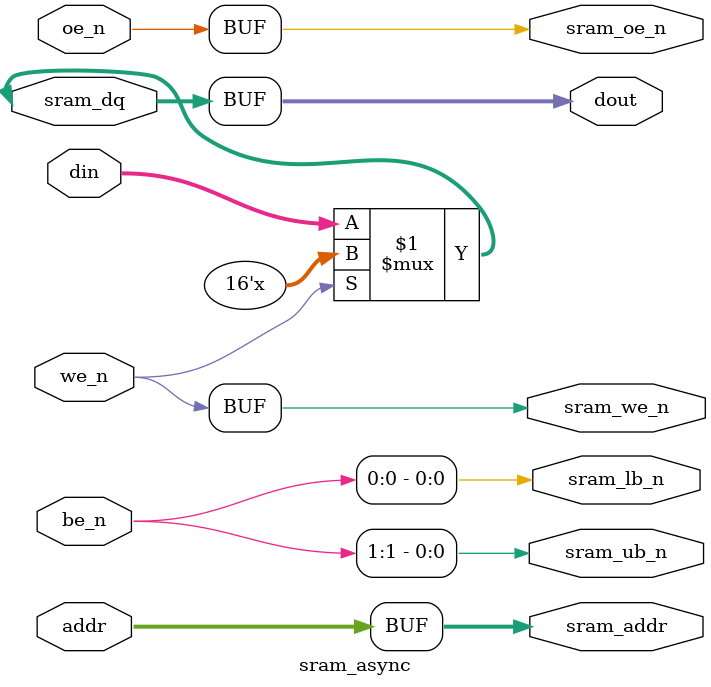
<source format=sv>

`default_nettype none
`timescale 1ns/1ps

module sram_async
    #(
         parameter AW = 17,               //! Address Width
         parameter DW = 16                //! Data Width
     ) (
         // User Interface
         input  logic [AW-1:0] addr,      //! Address
         input  logic [DW-1:0] din,       //! Data In
         output logic [DW-1:0] dout,      //! Data Out
         input  logic          we_n,      //! Write Enable
         input  logic          oe_n,      //! Output Enable
         input  logic    [1:0] be_n,      //! Byte Enable - [1] Upper Byte Mask | [0] Lower Byte Mask
         // SRAM Interface
         output logic [AW-1:0] sram_addr, //! Address
         inout  logic [DW-1:0] sram_dq,   //! Data In/Out
         output logic          sram_we_n, //! Write Enable
         output logic          sram_oe_n, //! Output Enable
         output logic          sram_ub_n, //! Upper Byte Mask
         output logic          sram_lb_n  //! Lower Byte Mask
     );

    assign sram_addr = addr;
    assign sram_dq   = sram_we_n ? {DW{1'bZ}} : din;
    assign dout      = sram_dq;
    assign sram_we_n = we_n;
    assign sram_oe_n = oe_n;
    assign sram_ub_n = be_n[1];
    assign sram_lb_n = be_n[0];

endmodule



</source>
